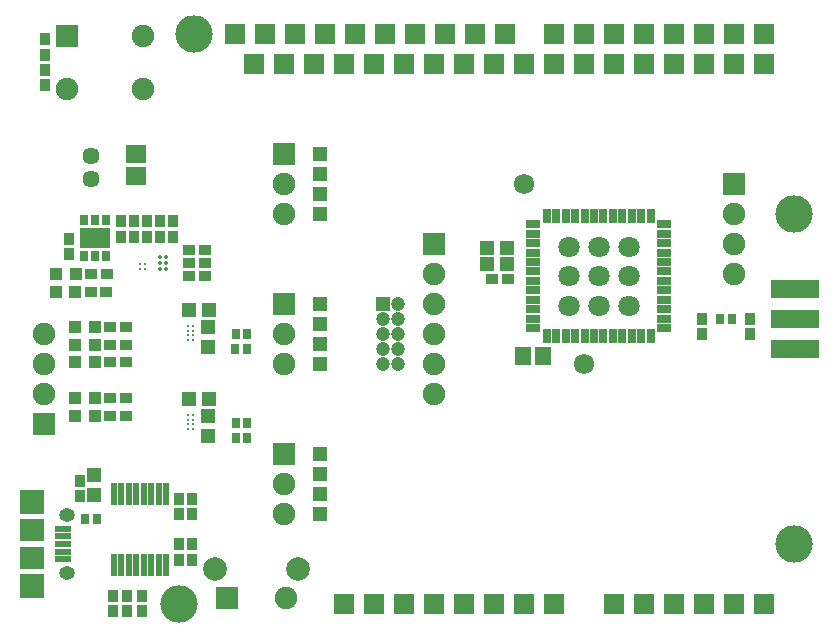
<source format=gbr>
G04 DipTrace 3.3.1.0*
G04 TopMask.gbr*
%MOMM*%
G04 #@! TF.FileFunction,Soldermask,Top*
G04 #@! TF.Part,Single*
%ADD23R,4.064X1.524*%
%ADD29R,1.7X1.7*%
%ADD31R,1.0X1.0*%
%ADD35O,1.35X1.15*%
%ADD37R,2.0X2.1*%
%ADD39R,1.45X0.5*%
%ADD41R,2.0X1.9*%
%ADD45C,1.4478*%
%ADD50C,0.28*%
%ADD53R,0.64X0.84*%
%ADD55R,2.5X1.75*%
%ADD58R,0.5X1.9*%
%ADD60C,0.35*%
%ADD67C,3.175*%
%ADD76C,2.0*%
%ADD79C,1.724*%
%ADD81R,1.7X1.5*%
%ADD94R,1.2X1.3*%
%ADD105C,1.2*%
%ADD107R,1.2X1.2*%
%ADD108C,1.9*%
%ADD110R,1.9X1.9*%
%ADD111R,1.1X0.9*%
%ADD113R,0.79X0.92*%
%ADD115R,1.3X1.2*%
%ADD117R,0.9X1.1*%
%ADD118R,1.4X1.65*%
%ADD122C,1.8*%
%ADD124R,0.7X1.2*%
%ADD126R,1.2X0.7*%
%FSLAX35Y35*%
G04*
G71*
G90*
G75*
G01*
G04 TopMask*
%LPD*%
D126*
X4394999Y3470000D3*
Y3390000D3*
Y3310000D3*
Y3230000D3*
Y3150000D3*
Y3070000D3*
Y2990000D3*
Y2910000D3*
Y2830000D3*
Y2750000D3*
Y2670000D3*
Y2590000D3*
D124*
X4509999Y2520000D3*
X4589999D3*
X4669999D3*
X4749999D3*
X4829999D3*
X4909999D3*
X4989999D3*
X5069999D3*
X5149999D3*
X5229999D3*
X5309999D3*
X5389999D3*
D126*
X5504999Y2590000D3*
Y2670000D3*
Y2750000D3*
Y2830000D3*
Y2910000D3*
Y2990000D3*
Y3070000D3*
Y3150000D3*
Y3230000D3*
Y3310000D3*
Y3390000D3*
Y3470000D3*
D124*
X5389999Y3540000D3*
X5309999D3*
X5229999D3*
X5149999D3*
X5069999D3*
X4989999D3*
X4909999D3*
X4829999D3*
X4749999D3*
X4669999D3*
X4589999D3*
X4509999D3*
D122*
X4694999Y3280000D3*
Y3030000D3*
Y2780000D3*
X4949999Y3280000D3*
Y3030000D3*
Y2780000D3*
X5204999Y3280000D3*
Y3030000D3*
Y2780000D3*
D23*
X6610000Y2416000D3*
Y2670000D3*
Y2924000D3*
D118*
X4475000Y2355000D3*
X4305000D3*
D117*
X5825000Y2670000D3*
Y2540000D3*
X6230000Y2670000D3*
Y2540000D3*
D115*
X4170000Y3270000D3*
X4000000D3*
D113*
X6076000Y2670000D3*
X5980000D3*
D115*
X4170000Y3130000D3*
X4000000D3*
D111*
X4180000Y3005000D3*
X4050000D3*
D110*
X3556000Y3302000D3*
D108*
Y3048000D3*
Y2794000D3*
Y2540000D3*
Y2286000D3*
Y2032000D3*
D107*
X3121500Y2794000D3*
D105*
Y2667000D3*
Y2540000D3*
Y2413000D3*
Y2286000D3*
X3248500Y2794000D3*
Y2667000D3*
Y2540000D3*
Y2413000D3*
Y2286000D3*
D35*
X450000Y1005000D3*
X450023Y520000D3*
D37*
X150000Y1115000D3*
Y410000D3*
D39*
X418000Y892500D3*
Y827500D3*
Y762500D3*
Y697500D3*
Y632500D3*
D41*
X150500Y877800D3*
Y647700D3*
D111*
X815000Y2600000D3*
X945000D3*
X815000Y2450000D3*
X945000D3*
X815000Y2300000D3*
X945000D3*
D31*
X682500Y2600000D3*
X517500D3*
X682500Y2450000D3*
X517500D3*
X682500Y2300000D3*
X517500D3*
D111*
X652500Y2900000D3*
X782500D3*
D31*
X520000D3*
X355000D3*
D94*
X2590000Y1355000D3*
Y1525000D3*
D45*
X650000Y3850000D3*
Y4050000D3*
D111*
X655000Y3050000D3*
X785000D3*
D31*
X522500D3*
X357500D3*
D94*
X2590000Y1015000D3*
Y1185000D3*
D113*
X1875000Y1785000D3*
X1971000D3*
Y1660000D3*
X1875000D3*
D115*
X1480000Y1990000D3*
X1650000D3*
D94*
X1645000Y1675000D3*
Y1845000D3*
D117*
X905000Y3365000D3*
Y3495000D3*
D113*
X1875000Y2540000D3*
X1971000D3*
X1970000Y2415000D3*
X1874000D3*
D115*
X1480000Y2745000D3*
X1650000D3*
D94*
X1645000Y2430000D3*
Y2600000D3*
D117*
X465000Y3345000D3*
Y3215000D3*
D50*
X1475000Y2610000D3*
Y2570000D3*
Y2530000D3*
X1515000Y2490000D3*
X1475000D3*
X1515000Y2530000D3*
Y2570000D3*
Y2610000D3*
X1475000Y1855000D3*
Y1815000D3*
Y1775000D3*
X1515000Y1735000D3*
X1475000D3*
X1515000Y1775000D3*
Y1815000D3*
Y1855000D3*
D53*
X780000Y3505000D3*
X685000D3*
X590000D3*
Y3205000D3*
X685000D3*
X780000D3*
D55*
X685000Y3355000D3*
D110*
X2286000Y1524000D3*
D108*
Y1270000D3*
Y1016000D3*
D110*
Y2794000D3*
D108*
Y2540000D3*
Y2286000D3*
D94*
X2590000Y2285000D3*
Y2455000D3*
Y2625000D3*
Y2795000D3*
D58*
X842750Y587250D3*
X906250D3*
X969750D3*
X1033250D3*
X1096750D3*
X1160250D3*
X1223800D3*
X1287250D3*
Y1187250D3*
X1223800D3*
X1160250D3*
X1096750D3*
X1033250D3*
X969750D3*
X906200D3*
X842750D3*
D113*
X700000Y970000D3*
X604000D3*
D50*
X1070000Y3135000D3*
Y3095000D3*
X1110000D3*
Y3135000D3*
D110*
X2286000Y4064000D3*
D108*
Y3810000D3*
Y3556000D3*
D94*
X2590000Y3555000D3*
Y3725000D3*
Y3895000D3*
Y4065000D3*
D60*
X1235000Y3195000D3*
Y3145000D3*
X1285000Y3095000D3*
X1235000D3*
X1285000Y3145000D3*
Y3195000D3*
D117*
X1015000Y3495000D3*
Y3365000D3*
D111*
X1485000Y3255000D3*
X1615000D3*
D117*
X1125000Y3495000D3*
Y3365000D3*
X1345000Y3495000D3*
Y3365000D3*
X1235000D3*
Y3495000D3*
D111*
X1485000Y3035000D3*
X1615000D3*
X1485000Y3145000D3*
X1615000D3*
D117*
X555000Y1170000D3*
Y1300000D3*
X1505000Y1145000D3*
Y1015000D3*
Y630000D3*
Y760000D3*
X1395000Y1015000D3*
Y1145000D3*
Y760000D3*
Y630000D3*
X1080000Y325000D3*
Y195000D3*
X840000Y325000D3*
Y195000D3*
X960000Y325000D3*
Y195000D3*
D94*
X680000Y1180000D3*
Y1350000D3*
D31*
X682500Y2000000D3*
X517500D3*
X682500Y1850000D3*
X517500D3*
D81*
X1035000Y4065000D3*
Y3875000D3*
D111*
X815000Y2000000D3*
X945000D3*
X815000Y1850000D3*
X945000D3*
D79*
X4318000Y3810000D3*
X4826000Y2286000D3*
D29*
X4064000Y254000D3*
X3556000D3*
X3302000D3*
X3048000D3*
X2794000D3*
X6350000D3*
X6096000D3*
X5842000D3*
X5588000D3*
X5334000D3*
X5080000D3*
X4160520Y5080000D3*
X3906520D3*
X3652520D3*
X3398520D3*
X3144520D3*
X2890520D3*
X2636520D3*
X2379980D3*
X2128520D3*
X1874520D3*
X6350000D3*
X6096000D3*
X5842000D3*
X5588000D3*
X5334000D3*
X5080000D3*
X4826000D3*
X4572000D3*
X3810000Y254000D3*
X4572000D3*
X4318000D3*
D67*
X1397000D3*
X1524000Y5080000D3*
X6604000Y762000D3*
X6600000Y3556000D3*
D29*
X4318000Y4826000D3*
X4064000D3*
X3810000D3*
X3556000D3*
X3302000D3*
X3048000D3*
X2794000D3*
X2537460D3*
X2286000D3*
X2032000D3*
X6350000D3*
X6096000D3*
X5842000D3*
X5588000D3*
X5334000D3*
X5080000D3*
X4826000D3*
X4572000D3*
D110*
X254000Y1778000D3*
D108*
Y2032000D3*
Y2286000D3*
Y2540000D3*
D110*
X6096000Y3810000D3*
D108*
Y3556000D3*
Y3302000D3*
Y3048000D3*
D110*
X445000Y5065000D3*
D108*
Y4615000D3*
X1095000D3*
Y5065000D3*
D110*
X1800000Y302500D3*
D108*
X2300000D3*
D76*
X1700000Y552500D3*
X2400000D3*
D117*
X260000Y4905000D3*
Y5035000D3*
Y4775000D3*
Y4645000D3*
M02*

</source>
